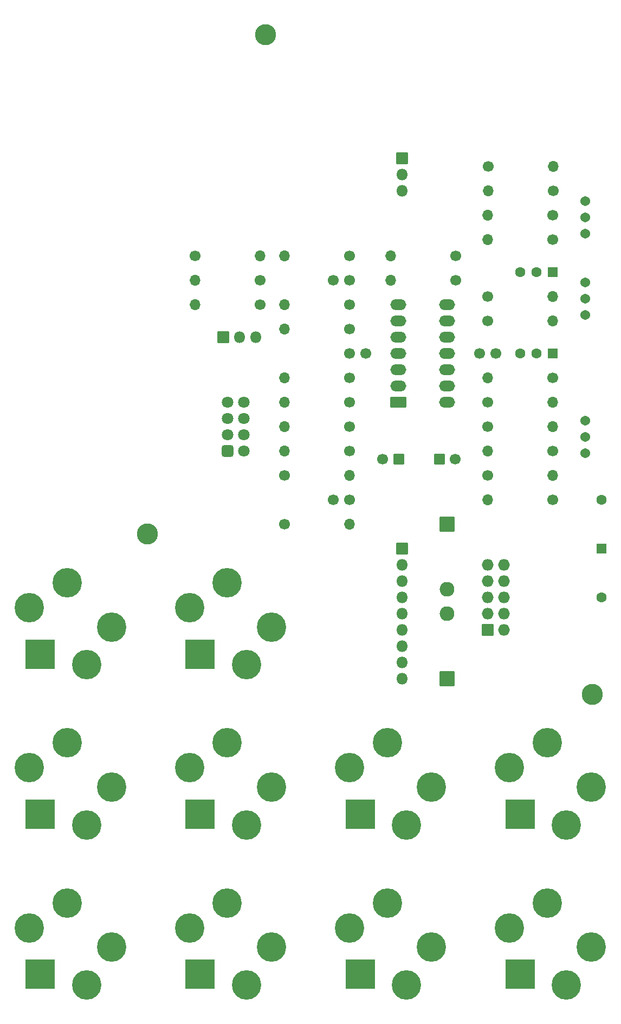
<source format=gbs>
G04 #@! TF.GenerationSoftware,KiCad,Pcbnew,6.0.1-79c1e3a40b~116~ubuntu20.04.1*
G04 #@! TF.CreationDate,2022-01-29T22:23:29-05:00*
G04 #@! TF.ProjectId,herovco_back,6865726f-7663-46f5-9f62-61636b2e6b69,rev?*
G04 #@! TF.SameCoordinates,Original*
G04 #@! TF.FileFunction,Soldermask,Bot*
G04 #@! TF.FilePolarity,Negative*
%FSLAX46Y46*%
G04 Gerber Fmt 4.6, Leading zero omitted, Abs format (unit mm)*
G04 Created by KiCad (PCBNEW 6.0.1-79c1e3a40b~116~ubuntu20.04.1) date 2022-01-29 22:23:29*
%MOMM*%
%LPD*%
G01*
G04 APERTURE LIST*
G04 Aperture macros list*
%AMRoundRect*
0 Rectangle with rounded corners*
0 $1 Rounding radius*
0 $2 $3 $4 $5 $6 $7 $8 $9 X,Y pos of 4 corners*
0 Add a 4 corners polygon primitive as box body*
4,1,4,$2,$3,$4,$5,$6,$7,$8,$9,$2,$3,0*
0 Add four circle primitives for the rounded corners*
1,1,$1+$1,$2,$3*
1,1,$1+$1,$4,$5*
1,1,$1+$1,$6,$7*
1,1,$1+$1,$8,$9*
0 Add four rect primitives between the rounded corners*
20,1,$1+$1,$2,$3,$4,$5,0*
20,1,$1+$1,$4,$5,$6,$7,0*
20,1,$1+$1,$6,$7,$8,$9,0*
20,1,$1+$1,$8,$9,$2,$3,0*%
G04 Aperture macros list end*
%ADD10RoundRect,0.050000X-0.850000X-0.850000X0.850000X-0.850000X0.850000X0.850000X-0.850000X0.850000X0*%
%ADD11O,1.800000X1.800000*%
%ADD12C,3.300000*%
%ADD13C,4.600001*%
%ADD14RoundRect,0.050000X-2.250000X2.250000X-2.250000X-2.250000X2.250000X-2.250000X2.250000X2.250000X0*%
%ADD15C,4.600000*%
%ADD16RoundRect,0.050000X0.750000X-0.750000X0.750000X0.750000X-0.750000X0.750000X-0.750000X-0.750000X0*%
%ADD17C,1.600000*%
%ADD18RoundRect,0.050000X0.850000X-0.850000X0.850000X0.850000X-0.850000X0.850000X-0.850000X-0.850000X0*%
%ADD19C,1.540000*%
%ADD20C,1.700000*%
%ADD21O,1.700000X1.700000*%
%ADD22RoundRect,0.050000X-0.863600X-0.863600X0.863600X-0.863600X0.863600X0.863600X-0.863600X0.863600X0*%
%ADD23O,1.827200X1.827200*%
%ADD24RoundRect,0.050000X-1.100000X1.100000X-1.100000X-1.100000X1.100000X-1.100000X1.100000X1.100000X0*%
%ADD25O,2.300000X2.300000*%
%ADD26RoundRect,0.300000X-0.600000X-0.600000X0.600000X-0.600000X0.600000X0.600000X-0.600000X0.600000X0*%
%ADD27C,1.800000*%
%ADD28RoundRect,0.050000X-0.800000X-0.800000X0.800000X-0.800000X0.800000X0.800000X-0.800000X0.800000X0*%
%ADD29RoundRect,0.050000X-1.200000X-0.800000X1.200000X-0.800000X1.200000X0.800000X-1.200000X0.800000X0*%
%ADD30O,2.500000X1.700000*%
%ADD31RoundRect,0.050000X0.800000X0.800000X-0.800000X0.800000X-0.800000X-0.800000X0.800000X-0.800000X0*%
%ADD32RoundRect,0.050000X1.100000X-1.100000X1.100000X1.100000X-1.100000X1.100000X-1.100000X-1.100000X0*%
G04 APERTURE END LIST*
D10*
G04 #@! TO.C,J10*
X166135000Y-49825000D03*
D11*
X166135000Y-52365000D03*
X166135000Y-54905000D03*
G04 #@! TD*
D10*
G04 #@! TO.C,J9*
X166110000Y-110770000D03*
D11*
X166110000Y-113310000D03*
X166110000Y-115850000D03*
X166110000Y-118390000D03*
X166110000Y-120930000D03*
X166110000Y-123470000D03*
X166110000Y-126010000D03*
X166110000Y-128550000D03*
X166110000Y-131090000D03*
G04 #@! TD*
D12*
G04 #@! TO.C,H6*
X126300000Y-108500000D03*
G04 #@! TD*
D13*
G04 #@! TO.C,J19*
X195700000Y-148000000D03*
X191800000Y-153900000D03*
D14*
X184560000Y-152240000D03*
D15*
X188800000Y-141100000D03*
X182900000Y-145000000D03*
G04 #@! TD*
D12*
G04 #@! TO.C,H5*
X144800000Y-30500000D03*
G04 #@! TD*
D13*
G04 #@! TO.C,J21*
X170700000Y-148000000D03*
X166800000Y-153900000D03*
D14*
X159560000Y-152240000D03*
D15*
X163800000Y-141100000D03*
X157900000Y-145000000D03*
G04 #@! TD*
D13*
G04 #@! TO.C,J22*
X120700000Y-148000000D03*
X116800000Y-153900000D03*
D14*
X109560000Y-152240000D03*
D15*
X113800000Y-141100000D03*
X107900000Y-145000000D03*
G04 #@! TD*
D13*
G04 #@! TO.C,J26*
X195700000Y-173000000D03*
X191800000Y-178900000D03*
D14*
X184560000Y-177240000D03*
D15*
X188800000Y-166100000D03*
X182900000Y-170000000D03*
G04 #@! TD*
D13*
G04 #@! TO.C,J28*
X145700000Y-148000000D03*
X141800000Y-153900000D03*
D14*
X134560000Y-152240000D03*
D15*
X138800000Y-141100000D03*
X132900000Y-145000000D03*
G04 #@! TD*
D13*
G04 #@! TO.C,J27*
X170700000Y-173000000D03*
X166800000Y-178900000D03*
D14*
X159560000Y-177240000D03*
D15*
X163800000Y-166100000D03*
X157900000Y-170000000D03*
G04 #@! TD*
D16*
G04 #@! TO.C,TP9*
X197240000Y-110770000D03*
G04 #@! TD*
D13*
G04 #@! TO.C,J24*
X145700000Y-173000000D03*
X141800000Y-178900000D03*
D14*
X134560000Y-177240000D03*
D15*
X138800000Y-166100000D03*
X132900000Y-170000000D03*
G04 #@! TD*
D17*
G04 #@! TO.C,TP7*
X197240000Y-103150000D03*
G04 #@! TD*
D12*
G04 #@! TO.C,H4*
X195800000Y-133500000D03*
G04 #@! TD*
D13*
G04 #@! TO.C,J18*
X145700000Y-123000000D03*
X141800000Y-128900000D03*
D14*
X134560000Y-127240000D03*
D15*
X138800000Y-116100000D03*
X132900000Y-120000000D03*
G04 #@! TD*
D13*
G04 #@! TO.C,J25*
X120700000Y-173000000D03*
X116800000Y-178900000D03*
D14*
X109560000Y-177240000D03*
D15*
X113800000Y-166100000D03*
X107900000Y-170000000D03*
G04 #@! TD*
D13*
G04 #@! TO.C,J20*
X120700000Y-123000000D03*
X116800000Y-128900000D03*
D14*
X109560000Y-127240000D03*
D15*
X113800000Y-116100000D03*
X107900000Y-120000000D03*
G04 #@! TD*
D18*
G04 #@! TO.C,J11*
X138185000Y-77725000D03*
D11*
X140725000Y-77725000D03*
X143265000Y-77725000D03*
G04 #@! TD*
D17*
G04 #@! TO.C,TP8*
X197240000Y-118390000D03*
G04 #@! TD*
D19*
G04 #@! TO.C,RV11*
X194700000Y-74250000D03*
X194700000Y-71710000D03*
X194700000Y-69170000D03*
G04 #@! TD*
D20*
G04 #@! TO.C,C17*
X180730000Y-80290000D03*
X178230000Y-80290000D03*
G04 #@! TD*
G04 #@! TO.C,R52*
X157870000Y-84100000D03*
D21*
X147710000Y-84100000D03*
G04 #@! TD*
D20*
G04 #@! TO.C,R45*
X179460000Y-71400000D03*
D21*
X189620000Y-71400000D03*
G04 #@! TD*
D20*
G04 #@! TO.C,R57*
X157870000Y-91720000D03*
D21*
X147710000Y-91720000D03*
G04 #@! TD*
D20*
G04 #@! TO.C,R64*
X133740000Y-65050000D03*
D21*
X143900000Y-65050000D03*
G04 #@! TD*
D20*
G04 #@! TO.C,R58*
X143900000Y-72670000D03*
D21*
X133740000Y-72670000D03*
G04 #@! TD*
D22*
G04 #@! TO.C,J23*
X179460000Y-123470000D03*
D23*
X182000000Y-123470000D03*
X179460000Y-120930000D03*
X182000000Y-120930000D03*
X179460000Y-118390000D03*
X182000000Y-118390000D03*
X179460000Y-115850000D03*
X182000000Y-115850000D03*
X179460000Y-113310000D03*
X182000000Y-113310000D03*
G04 #@! TD*
D24*
G04 #@! TO.C,D3*
X173110000Y-106960000D03*
D25*
X173110000Y-117120000D03*
G04 #@! TD*
D20*
G04 #@! TO.C,R56*
X174460000Y-68860000D03*
D21*
X164300000Y-68860000D03*
G04 #@! TD*
D20*
G04 #@! TO.C,R44*
X179460000Y-87910000D03*
D21*
X189620000Y-87910000D03*
G04 #@! TD*
D26*
G04 #@! TO.C,J17*
X138820000Y-95530000D03*
D27*
X141360000Y-95530000D03*
X138820000Y-92990000D03*
X141360000Y-92990000D03*
X138820000Y-90450000D03*
X141360000Y-90450000D03*
X138820000Y-87910000D03*
X141360000Y-87910000D03*
G04 #@! TD*
D20*
G04 #@! TO.C,R55*
X157870000Y-72670000D03*
D21*
X147710000Y-72670000D03*
G04 #@! TD*
D20*
G04 #@! TO.C,R60*
X157870000Y-95530000D03*
D21*
X147710000Y-95530000D03*
G04 #@! TD*
D20*
G04 #@! TO.C,C16*
X160410000Y-80290000D03*
X157910000Y-80290000D03*
G04 #@! TD*
D16*
G04 #@! TO.C,Q1*
X189620000Y-80290000D03*
D17*
X187080000Y-80290000D03*
X184540000Y-80290000D03*
G04 #@! TD*
D20*
G04 #@! TO.C,R61*
X143900000Y-68860000D03*
D21*
X133740000Y-68860000D03*
G04 #@! TD*
D28*
G04 #@! TO.C,C15*
X171920000Y-96800000D03*
D20*
X174420000Y-96800000D03*
G04 #@! TD*
G04 #@! TO.C,R48*
X189620000Y-58700000D03*
D21*
X179460000Y-58700000D03*
G04 #@! TD*
D20*
G04 #@! TO.C,R66*
X147710000Y-106960000D03*
D21*
X157870000Y-106960000D03*
G04 #@! TD*
D20*
G04 #@! TO.C,R67*
X157870000Y-65050000D03*
D21*
X147710000Y-65050000D03*
G04 #@! TD*
D16*
G04 #@! TO.C,Q2*
X189620000Y-67590000D03*
D17*
X187080000Y-67590000D03*
X184540000Y-67590000D03*
G04 #@! TD*
D29*
G04 #@! TO.C,U7*
X165490000Y-87910000D03*
D30*
X165490000Y-85370000D03*
X165490000Y-82830000D03*
X165490000Y-80290000D03*
X165490000Y-77750000D03*
X165490000Y-75210000D03*
X165490000Y-72670000D03*
X173110000Y-72670000D03*
X173110000Y-75210000D03*
X173110000Y-77750000D03*
X173110000Y-80290000D03*
X173110000Y-82830000D03*
X173110000Y-85370000D03*
X173110000Y-87910000D03*
G04 #@! TD*
D20*
G04 #@! TO.C,R65*
X179540000Y-51080000D03*
D21*
X189700000Y-51080000D03*
G04 #@! TD*
D20*
G04 #@! TO.C,R59*
X174460000Y-65050000D03*
D21*
X164300000Y-65050000D03*
G04 #@! TD*
D31*
G04 #@! TO.C,C14*
X165570000Y-96800000D03*
D20*
X163070000Y-96800000D03*
G04 #@! TD*
G04 #@! TO.C,R62*
X189700000Y-54890000D03*
D21*
X179540000Y-54890000D03*
G04 #@! TD*
D20*
G04 #@! TO.C,R42*
X189620000Y-62510000D03*
D21*
X179460000Y-62510000D03*
G04 #@! TD*
D20*
G04 #@! TO.C,R46*
X179460000Y-91720000D03*
D21*
X189620000Y-91720000D03*
G04 #@! TD*
D20*
G04 #@! TO.C,R50*
X179460000Y-99340000D03*
D21*
X189620000Y-99340000D03*
G04 #@! TD*
D19*
G04 #@! TO.C,RV10*
X194700000Y-61550000D03*
X194700000Y-59010000D03*
X194700000Y-56470000D03*
G04 #@! TD*
D20*
G04 #@! TO.C,R43*
X189620000Y-84100000D03*
D21*
X179460000Y-84100000D03*
G04 #@! TD*
D20*
G04 #@! TO.C,C18*
X155370000Y-103150000D03*
X157870000Y-103150000D03*
G04 #@! TD*
G04 #@! TO.C,R47*
X179460000Y-75210000D03*
D21*
X189620000Y-75210000D03*
G04 #@! TD*
D20*
G04 #@! TO.C,R63*
X147710000Y-99340000D03*
D21*
X157870000Y-99340000D03*
G04 #@! TD*
D20*
G04 #@! TO.C,R54*
X157870000Y-87910000D03*
D21*
X147710000Y-87910000D03*
G04 #@! TD*
D20*
G04 #@! TO.C,R51*
X189620000Y-103150000D03*
D21*
X179460000Y-103150000D03*
G04 #@! TD*
D19*
G04 #@! TO.C,RV12*
X194700000Y-95840000D03*
X194700000Y-93300000D03*
X194700000Y-90760000D03*
G04 #@! TD*
D20*
G04 #@! TO.C,R53*
X157870000Y-76480000D03*
D21*
X147710000Y-76480000D03*
G04 #@! TD*
D20*
G04 #@! TO.C,R49*
X189620000Y-95530000D03*
D21*
X179460000Y-95530000D03*
G04 #@! TD*
D20*
G04 #@! TO.C,C19*
X157870000Y-68860000D03*
X155370000Y-68860000D03*
G04 #@! TD*
D32*
G04 #@! TO.C,D4*
X173110000Y-131090000D03*
D25*
X173110000Y-120930000D03*
G04 #@! TD*
M02*

</source>
